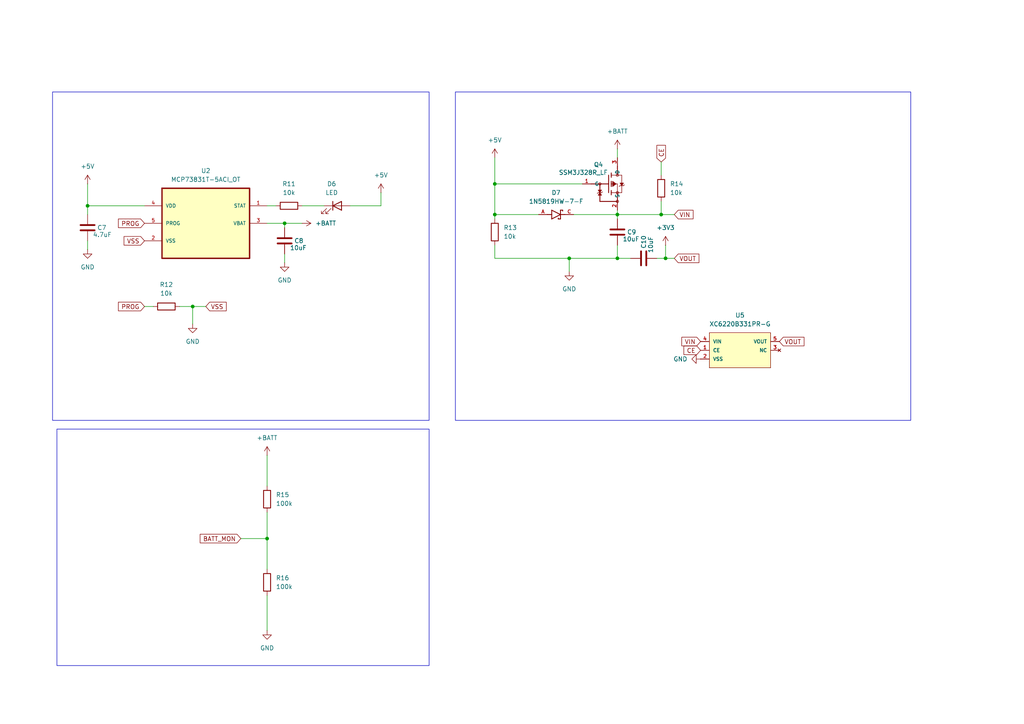
<source format=kicad_sch>
(kicad_sch (version 20231120) (generator "eeschema") (generator_version "8.0")
  (paper "A4")
  (title_block (title "BMS") (date "20 NOV 2024") (rev "1") (company "ABDTRACT MACHINES") (comment 1 "DRAWN BY: JEFF MBOYA") (comment 2 "APPROVED BY:"))
  (lib_symbols
    (symbol "1N5819HW-7-F:1N5819HW-7-F" (pin_names (offset 1.016))
      (property "Reference" "D" (at -5.08 2.54 0))
      (property "Value" "1N5819HW-7-F" (at -5.08 -3.81 0))
      (symbol "1N5819HW-7-F_0_0"
        (polyline (pts (xy -2.54 0) (xy -1.27 0)) (stroke (width 0.254)))
        (polyline (pts (xy -1.27 -1.27) (xy 1.27 0)) (stroke (width 0.254)))
        (polyline (pts (xy -1.27 0) (xy -1.27 -1.27)) (stroke (width 0.254)))
        (polyline (pts (xy -1.27 1.27) (xy -1.27 0)) (stroke (width 0.254)))
        (polyline (pts (xy 0.635 -1.016) (xy 0.635 -1.27)) (stroke (width 0.254)))
        (polyline (pts (xy 1.27 -1.27) (xy 0.635 -1.27)) (stroke (width 0.254)))
        (polyline (pts (xy 1.27 0) (xy -1.27 1.27)) (stroke (width 0.254)))
        (polyline (pts (xy 1.27 0) (xy 1.27 -1.27)) (stroke (width 0.254)))
        (polyline (pts (xy 1.27 1.27) (xy 1.27 0)) (stroke (width 0.254)))
        (polyline (pts (xy 1.905 1.27) (xy 1.27 1.27)) (stroke (width 0.254)))
        (polyline (pts (xy 1.905 1.27) (xy 1.905 1.016)) (stroke (width 0.254)))
        (polyline (pts (xy 2.54 0) (xy 1.27 0)) (stroke (width 0.254)))
        (pin passive line (at -5.08 0 0) (length 2.54) (name "~") (number "A"))
        (pin passive line (at 5.08 0 180) (length 2.54) (name "~") (number "C"))
      )
    )
    (symbol "Device:C" (pin_numbers hide) (pin_names (offset 0.254))
      (property "Reference" "C" (at 0.635 2.54 0))
      (property "Value" "C" (at 0.635 -2.54 0))
      (symbol "C_0_1"
        (polyline (pts (xy -2.032 -0.762) (xy 2.032 -0.762)) (stroke (width 0.508)))
        (polyline (pts (xy -2.032 0.762) (xy 2.032 0.762)) (stroke (width 0.508)))
      )
      (symbol "C_1_1"
        (pin passive line (at 0 3.81 270) (length 2.794) (name "~") (number "1"))
        (pin passive line (at 0 -3.81 90) (length 2.794) (name "~") (number "2"))
      )
    )
    (symbol "Device:LED" (pin_numbers hide) (pin_names (offset 1.016) hide)
      (property "Reference" "D" (at 0 2.54 0))
      (property "Value" "LED" (at 0 -2.54 0))
      (symbol "LED_0_1"
        (polyline (pts (xy -1.27 -1.27) (xy -1.27 1.27)) (stroke (width 0.254)))
        (polyline (pts (xy -1.27 0) (xy 1.27 0)))
        (polyline (pts (xy 1.27 -1.27) (xy 1.27 1.27) (xy -1.27 0) (xy 1.27 -1.27)) (stroke (width 0.254)))
        (polyline (pts (xy -3.048 -0.762) (xy -4.572 -2.286) (xy -3.81 -2.286) (xy -4.572 -2.286) (xy -4.572 -1.524)))
        (polyline (pts (xy -1.778 -0.762) (xy -3.302 -2.286) (xy -2.54 -2.286) (xy -3.302 -2.286) (xy -3.302 -1.524)))
      )
      (symbol "LED_1_1"
        (pin passive line (at -3.81 0 0) (length 2.54) (name "K") (number "1"))
        (pin passive line (at 3.81 0 180) (length 2.54) (name "A") (number "2"))
      )
    )
    (symbol "Device:R" (pin_numbers hide) (pin_names (offset 0))
      (property "Reference" "R" (at 2.032 0 90))
      (property "Value" "R" (at 0 0 90))
      (symbol "R_0_1"
        (rectangle (start -1.016 -2.54) (end 1.016 2.54) (stroke (width 0.254)))
      )
      (symbol "R_1_1"
        (pin passive line (at 0 3.81 270) (length 1.27) (name "~") (number "1"))
        (pin passive line (at 0 -3.81 90) (length 1.27) (name "~") (number "2"))
      )
    )
    (symbol "MCP73831T-5ACI_OT:MCP73831T-5ACI_OT" (pin_names (offset 1.016))
      (property "Reference" "U" (at -4.1224 10.077 0))
      (property "Value" "MCP73831T-5ACI_OT" (at -5.9587 -17.2139 0))
      (symbol "MCP73831T-5ACI_OT_0_0"
        (rectangle (start -12.7 -12.7) (end 12.7 7.62) (stroke (width 0.4064)) (fill (type background)))
        (pin output line (at 17.78 2.54 180) (length 5.08) (name "STAT") (number "1"))
        (pin power_in line (at -17.78 -7.62 0) (length 5.08) (name "VSS") (number "2"))
        (pin output line (at 17.78 -2.54 180) (length 5.08) (name "VBAT") (number "3"))
        (pin power_in line (at -17.78 2.54 0) (length 5.08) (name "VDD") (number "4"))
        (pin input line (at -17.78 -2.54 0) (length 5.08) (name "PROG") (number "5"))
      )
    )
    (symbol "SSM3J328R_LF:SSM3J328R_LF" (pin_names (offset 1.016))
      (property "Reference" "Q" (at 6.3503 0 0))
      (property "Value" "SSM3J328R_LF" (at 6.3595 -2.5438 0))
      (symbol "SSM3J328R_LF_0_0"
        (circle (center -2.54 0) (radius 0.3592))
        (polyline (pts (xy -3.302 -2.794) (xy -3.048 -2.54)) (stroke (width 0.1524)))
        (polyline (pts (xy -3.048 -2.54) (xy -2.032 -2.54)) (stroke (width 0.1524)))
        (polyline (pts (xy -2.54 -5.08) (xy -2.54 0)) (stroke (width 0.254)))
        (polyline (pts (xy -2.54 0) (xy -5.08 0)) (stroke (width 0.254)))
        (polyline (pts (xy -2.032 -2.54) (xy -1.778 -2.286)) (stroke (width 0.1524)))
        (polyline (pts (xy 0 0) (xy -2.54 0)) (stroke (width 0.254)))
        (polyline (pts (xy 0 0) (xy 0 -2.54)) (stroke (width 0.254)))
        (polyline (pts (xy 0 2.54) (xy 0 0)) (stroke (width 0.254)))
        (polyline (pts (xy 0.762 -2.54) (xy 0.762 -3.175)) (stroke (width 0.254)))
        (polyline (pts (xy 0.762 -1.905) (xy 0.762 -2.54)) (stroke (width 0.254)))
        (polyline (pts (xy 0.762 0) (xy 0.762 -0.762)) (stroke (width 0.254)))
        (polyline (pts (xy 0.762 0) (xy 2.54 0)) (stroke (width 0.1524)))
        (polyline (pts (xy 0.762 0.762) (xy 0.762 0)) (stroke (width 0.254)))
        (polyline (pts (xy 0.762 2.54) (xy 0.762 1.905)) (stroke (width 0.254)))
        (polyline (pts (xy 0.762 2.54) (xy 2.54 2.54)) (stroke (width 0.1524)))
        (polyline (pts (xy 0.762 3.175) (xy 0.762 2.54)) (stroke (width 0.254)))
        (polyline (pts (xy 2.54 -5.08) (xy -2.54 -5.08)) (stroke (width 0.254)))
        (polyline (pts (xy 2.54 -5.08) (xy 2.54 -2.54)) (stroke (width 0.254)))
        (polyline (pts (xy 2.54 -2.54) (xy 0.762 -2.54)) (stroke (width 0.1524)))
        (polyline (pts (xy 2.54 -2.54) (xy 3.81 -2.54)) (stroke (width 0.1524)))
        (polyline (pts (xy 2.54 0) (xy 2.54 -2.54)) (stroke (width 0.1524)))
        (polyline (pts (xy 2.54 2.54) (xy 3.81 2.54)) (stroke (width 0.1524)))
        (polyline (pts (xy 2.54 5.08) (xy 2.54 2.54)) (stroke (width 0.254)))
        (polyline (pts (xy 3.048 -0.762) (xy 3.302 -0.508)) (stroke (width 0.1524)))
        (polyline (pts (xy 3.302 -0.508) (xy 3.81 -0.508)) (stroke (width 0.1524)))
        (polyline (pts (xy 3.81 -0.508) (xy 3.81 -2.54)) (stroke (width 0.1524)))
        (polyline (pts (xy 3.81 -0.508) (xy 4.318 -0.508)) (stroke (width 0.1524)))
        (polyline (pts (xy 3.81 2.54) (xy 3.81 -0.508)) (stroke (width 0.1524)))
        (polyline (pts (xy 4.318 -0.508) (xy 4.572 -0.254)) (stroke (width 0.1524)))
        (polyline (pts (xy -2.54 -2.54) (xy -3.048 -3.302) (xy -2.032 -3.302) (xy -2.54 -2.54)) (stroke (width 0.1524)) (fill (type outline)))
        (polyline (pts (xy -2.54 -2.54) (xy -2.032 -1.778) (xy -3.048 -1.778) (xy -2.54 -2.54)) (stroke (width 0.1524)) (fill (type outline)))
        (polyline (pts (xy 2.159 0) (xy 1.143 -0.762) (xy 1.143 0.762) (xy 2.159 0)) (stroke (width 0.1524)) (fill (type outline)))
        (polyline (pts (xy 3.81 -0.508) (xy 4.318 0.254) (xy 3.302 0.254) (xy 3.81 -0.508)) (stroke (width 0.1524)) (fill (type outline)))
        (circle (center 2.54 -5.08) (radius 0.3592))
        (circle (center 2.54 -2.54) (radius 0.3592))
        (circle (center 2.54 2.54) (radius 0.3592))
        (pin passive line (at -7.62 0 0) (length 2.54) (name "G") (number "1"))
        (pin passive line (at 2.54 -7.62 90) (length 2.54) (name "S") (number "2"))
        (pin passive line (at 2.54 7.62 270) (length 2.54) (name "D") (number "3"))
      )
    )
    (symbol "XC6220B331PR-G:XC6220B331PR-G" (pin_names (offset 1.016))
      (property "Reference" "U" (at -8.89 6.35 0))
      (property "Value" "XC6220B331PR-G" (at -8.89 -7.62 0))
      (symbol "XC6220B331PR-G_0_0"
        (rectangle (start -8.89 -5.08) (end 8.89 5.08) (stroke (width 0.1524)) (fill (type background)))
        (pin passive line (at -11.43 0 0) (length 2.54) (name "CE") (number "1"))
        (pin passive line (at -11.43 -2.54 0) (length 2.54) (name "VSS") (number "2"))
        (pin no_connect line (at 11.43 0 180) (length 2.54) (name "NC") (number "3"))
        (pin power_in line (at -11.43 2.54 0) (length 2.54) (name "VIN") (number "4"))
        (pin output line (at 11.43 2.54 180) (length 2.54) (name "VOUT") (number "5"))
      )
    )
    (symbol "power:+3V3" (power) (pin_numbers hide) (pin_names (offset 0) hide)
      (property "Value" "+3V3" (at 0 3.556 0))
      (symbol "+3V3_0_1"
        (polyline (pts (xy -0.762 1.27) (xy 0 2.54)))
        (polyline (pts (xy 0 0) (xy 0 2.54)))
        (polyline (pts (xy 0 2.54) (xy 0.762 1.27)))
      )
      (symbol "+3V3_1_1"
        (pin power_in line (at 0 0 90) (length 0) (name "~") (number "1"))
      )
    )
    (symbol "power:+5V" (power) (pin_numbers hide) (pin_names (offset 0) hide)
      (property "Value" "+5V" (at 0 3.556 0))
      (symbol "+5V_0_1"
        (polyline (pts (xy -0.762 1.27) (xy 0 2.54)))
        (polyline (pts (xy 0 0) (xy 0 2.54)))
        (polyline (pts (xy 0 2.54) (xy 0.762 1.27)))
      )
      (symbol "+5V_1_1"
        (pin power_in line (at 0 0 90) (length 0) (name "~") (number "1"))
      )
    )
    (symbol "power:+BATT" (power) (pin_numbers hide) (pin_names (offset 0) hide)
      (property "Value" "+BATT" (at 0 3.556 0))
      (symbol "+BATT_0_1"
        (polyline (pts (xy -0.762 1.27) (xy 0 2.54)))
        (polyline (pts (xy 0 0) (xy 0 2.54)))
        (polyline (pts (xy 0 2.54) (xy 0.762 1.27)))
      )
      (symbol "+BATT_1_1"
        (pin power_in line (at 0 0 90) (length 0) (name "~") (number "1"))
      )
    )
    (symbol "power:GND1" (power) (pin_numbers hide) (pin_names (offset 0) hide)
      (property "Value" "GND1" (at 0 -3.81 0))
      (symbol "GND1_0_1"
        (polyline (pts (xy 0 0) (xy 0 -1.27) (xy 1.27 -1.27) (xy 0 -2.54) (xy -1.27 -1.27) (xy 0 -1.27)))
      )
      (symbol "GND1_1_1"
        (pin power_in line (at 0 0 270) (length 0) (name "~") (number "1"))
      )
    )
  )
  (junction (at 143.51 53.34))
  (junction (at 193.04 74.93))
  (junction (at 77.47 156.21))
  (junction (at 82.55 64.77))
  (junction (at 143.51 62.23))
  (junction (at 55.88 88.9))
  (junction (at 165.1 74.93))
  (junction (at 179.07 74.93))
  (junction (at 191.77 62.23))
  (junction (at 25.4 59.69))
  (junction (at 179.07 62.23))
  (wire (pts (xy 143.51 62.23) (xy 143.51 53.34)))
  (wire (pts (xy 25.4 72.39) (xy 25.4 69.85)))
  (wire (pts (xy 25.4 59.69) (xy 41.91 59.69)))
  (wire (pts (xy 143.51 45.72) (xy 143.51 53.34)))
  (wire (pts (xy 69.85 156.21) (xy 77.47 156.21)))
  (wire (pts (xy 179.07 62.23) (xy 191.77 62.23)))
  (wire (pts (xy 55.88 88.9) (xy 52.07 88.9)))
  (wire (pts (xy 77.47 59.69) (xy 80.01 59.69)))
  (wire (pts (xy 25.4 53.34) (xy 25.4 59.69)))
  (wire (pts (xy 82.55 64.77) (xy 82.55 66.04)))
  (wire (pts (xy 87.63 59.69) (xy 93.98 59.69)))
  (wire (pts (xy 179.07 62.23) (xy 179.07 63.5)))
  (wire (pts (xy 190.5 74.93) (xy 193.04 74.93)))
  (wire (pts (xy 193.04 74.93) (xy 195.58 74.93)))
  (wire (pts (xy 110.49 59.69) (xy 110.49 55.88)))
  (wire (pts (xy 179.07 74.93) (xy 179.07 71.12)))
  (wire (pts (xy 77.47 172.72) (xy 77.47 182.88)))
  (wire (pts (xy 77.47 132.08) (xy 77.47 140.97)))
  (wire (pts (xy 143.51 53.34) (xy 168.91 53.34)))
  (wire (pts (xy 59.69 88.9) (xy 55.88 88.9)))
  (wire (pts (xy 191.77 62.23) (xy 195.58 62.23)))
  (wire (pts (xy 101.6 59.69) (xy 110.49 59.69)))
  (wire (pts (xy 44.45 88.9) (xy 41.91 88.9)))
  (wire (pts (xy 82.55 64.77) (xy 77.47 64.77)))
  (wire (pts (xy 179.07 62.23) (xy 166.37 62.23)))
  (wire (pts (xy 77.47 148.59) (xy 77.47 156.21)))
  (wire (pts (xy 143.51 71.12) (xy 143.51 74.93)))
  (wire (pts (xy 87.63 64.77) (xy 82.55 64.77)))
  (wire (pts (xy 165.1 74.93) (xy 165.1 78.74)))
  (wire (pts (xy 191.77 46.99) (xy 191.77 50.8)))
  (wire (pts (xy 143.51 62.23) (xy 143.51 63.5)))
  (wire (pts (xy 143.51 74.93) (xy 165.1 74.93)))
  (wire (pts (xy 77.47 156.21) (xy 77.47 165.1)))
  (wire (pts (xy 191.77 58.42) (xy 191.77 62.23)))
  (wire (pts (xy 25.4 62.23) (xy 25.4 59.69)))
  (wire (pts (xy 179.07 74.93) (xy 182.88 74.93)))
  (wire (pts (xy 179.07 60.96) (xy 179.07 62.23)))
  (wire (pts (xy 156.21 62.23) (xy 143.51 62.23)))
  (wire (pts (xy 179.07 43.18) (xy 179.07 45.72)))
  (wire (pts (xy 55.88 93.98) (xy 55.88 88.9)))
  (wire (pts (xy 165.1 74.93) (xy 179.07 74.93)))
  (wire (pts (xy 82.55 76.2) (xy 82.55 73.66)))
  (wire (pts (xy 193.04 71.12) (xy 193.04 74.93)))
  (rectangle (start 132.08 26.67) (end 264.16 121.92))
  (rectangle (start 15.24 26.67) (end 124.46 121.92))
  (rectangle (start 16.51 124.46) (end 124.46 193.04))
  (global_label "VOUT" (shape input) (at 226.06 99.06 0) (property "Intersheetrefs" "${INTERSHEET_REFS}" (effects (hide yes))))
  (global_label "PROG" (shape input) (at 41.91 64.77 180) (property "Intersheetrefs" "${INTERSHEET_REFS}" (effects (hide yes))))
  (global_label "PROG" (shape input) (at 41.91 88.9 180) (property "Intersheetrefs" "${INTERSHEET_REFS}" (effects (hide yes))))
  (global_label "VSS" (shape input) (at 59.69 88.9 0) (property "Intersheetrefs" "${INTERSHEET_REFS}" (effects (hide yes))))
  (global_label "VOUT" (shape input) (at 195.58 74.93 0) (property "Intersheetrefs" "${INTERSHEET_REFS}" (effects (hide yes))))
  (global_label "CE" (shape input) (at 203.2 101.6 180) (property "Intersheetrefs" "${INTERSHEET_REFS}" (effects (hide yes))))
  (global_label "VSS" (shape input) (at 41.91 69.85 180) (property "Intersheetrefs" "${INTERSHEET_REFS}" (effects (hide yes))))
  (global_label "CE" (shape input) (at 191.77 46.99 90) (property "Intersheetrefs" "${INTERSHEET_REFS}" (effects (hide yes))))
  (global_label "VIN" (shape input) (at 203.2 99.06 180) (property "Intersheetrefs" "${INTERSHEET_REFS}" (effects (hide yes))))
  (global_label "BATT_MON" (shape input) (at 69.85 156.21 180) (property "Intersheetrefs" "${INTERSHEET_REFS}" (effects (hide yes))))
  (global_label "VIN" (shape input) (at 195.58 62.23 0) (property "Intersheetrefs" "${INTERSHEET_REFS}" (effects (hide yes))))
  (symbol (lib_id "power:GND1") (at 25.4 72.39 0) (unit 1)
    (property "Reference" "#PWR023" (effects (hide yes)))
    (property "Value" "GND" (at 25.4 77.47 0))
    (property "Description" "Power symbol creates a global label with name \"GND1\" , ground" (effects (hide yes)))
  )
  (symbol (lib_id "Device:LED") (at 97.79 59.69 0) (unit 1)
    (property "Reference" "D6" (at 96.2025 53.34 0))
    (property "Value" "LED" (at 96.2025 55.88 0))
    (property "Footprint" "LED_SMD:LED_0603_1608Metric" (effects (hide yes)))
    (property "Description" "Light emitting diode" (effects (hide yes)))
  )
  (symbol (lib_id "Device:C") (at 82.55 69.85 0) (unit 1)
    (property "Reference" "C8" (at 85.344 69.85 0) (effects (justify left)))
    (property "Value" "10uF" (at 84.074 71.882 0) (effects (justify left)))
    (property "Footprint" "Capacitor_SMD:C_1206_3216Metric" (effects (hide yes)))
    (property "Description" "Unpolarized capacitor" (effects (hide yes)))
  )
  (symbol (lib_id "MCP73831T-5ACI_OT:MCP73831T-5ACI_OT") (at 59.69 62.23 0) (unit 1)
    (property "Reference" "U2" (at 59.69 49.53 0))
    (property "Value" "MCP73831T-5ACI_OT" (at 59.69 52.07 0))
    (property "Footprint" "MCP73831T-5ACI_OT:SOT95P280X145-5N" (effects (hide yes)))
    (property "MF" "Microchip" (effects (hide yes)))
    (property "Description_1" "\n                        \n                            Tiny Integrated Li-Ion/Li-Poly Charge mgnt controller, 4.5V Vreg out | Microchip Technology Inc. MCP73831T-5ACI/OT\n                        \n" (effects (hide yes)))
    (property "PACKAGE" "SOT-5" (effects (hide yes)))
    (property "MPN" "MCP73831T-5ACI/OT" (effects (hide yes)))
    (property "Price" "None" (effects (hide yes)))
    (property "Package" "SOT-23-5 Microchip" (effects (hide yes)))
    (property "OC_FARNELL" "1332158" (effects (hide yes)))
    (property "SnapEDA_Link" "https://www.snapeda.com/parts/MCP73831T-5ACI/OT/Microchip/view-part/?ref=snap" (effects (hide yes)))
    (property "MP" "MCP73831T-5ACI/OT" (effects (hide yes)))
    (property "SUPPLIER" "Microchip" (effects (hide yes)))
    (property "OC_NEWARK" "56K7045" (effects (hide yes)))
    (property "Availability" "In Stock" (effects (hide yes)))
    (property "Check_prices" "https://www.snapeda.com/parts/MCP73831T-5ACI/OT/Microchip/view-part/?ref=eda" (effects (hide yes)))
  )
  (symbol (lib_id "power:GND1") (at 203.2 104.14 270) (unit 1)
    (property "Reference" "#PWR041" (effects (hide yes)))
    (property "Value" "GND" (at 199.39 104.1399 90) (effects (justify right)))
    (property "Description" "Power symbol creates a global label with name \"GND1\" , ground" (effects (hide yes)))
  )
  (symbol (lib_id "power:GND1") (at 82.55 76.2 0) (unit 1)
    (property "Reference" "#PWR025" (effects (hide yes)))
    (property "Value" "GND" (at 82.55 81.28 0))
    (property "Description" "Power symbol creates a global label with name \"GND1\" , ground" (effects (hide yes)))
  )
  (symbol (lib_id "Device:C") (at 25.4 66.04 0) (unit 1)
    (property "Reference" "C7" (at 28.194 66.04 0) (effects (justify left)))
    (property "Value" "4.7uF" (at 26.924 68.072 0) (effects (justify left)))
    (property "Footprint" "Capacitor_SMD:C_1206_3216Metric" (effects (hide yes)))
    (property "Description" "Unpolarized capacitor" (effects (hide yes)))
  )
  (symbol (lib_id "power:+5V") (at 110.49 55.88 0) (unit 1)
    (property "Reference" "#PWR026" (effects (hide yes)))
    (property "Value" "+5V" (at 110.49 50.8 0))
    (property "Description" "Power symbol creates a global label with name \"+5V\"" (effects (hide yes)))
  )
  (symbol (lib_id "Device:R") (at 48.26 88.9 90) (unit 1)
    (property "Reference" "R12" (at 48.26 82.55 90))
    (property "Value" "10k" (at 48.26 85.09 90))
    (property "Footprint" "Resistor_SMD:R_0603_1608Metric" (effects (hide yes)))
    (property "Description" "Resistor" (effects (hide yes)))
  )
  (symbol (lib_id "XC6220B331PR-G:XC6220B331PR-G") (at 214.63 101.6 0) (unit 1)
    (property "Reference" "U5" (at 214.63 91.44 0))
    (property "Value" "XC6220B331PR-G" (at 214.63 93.98 0))
    (property "MF" "Torex" (effects (hide yes)))
    (property "Description_1" "\n                        \n                            Linear Voltage Regulator IC Positive Fixed 1 Output  1A SOT-89-5\n                        \n" (effects (hide yes)))
    (property "COPYRIGHT" "Copyright (C) 2022 Ultra Librarian. All rights reserved." (effects (hide yes)))
    (property "Package" "SOT-89 Torex" (effects (hide yes)))
    (property "Price" "None" (effects (hide yes)))
    (property "Check_prices" "https://www.snapeda.com/parts/XC6220B331PR-G/Torex/view-part/?ref=eda" (effects (hide yes)))
    (property "SnapEDA_Link" "https://www.snapeda.com/parts/XC6220B331PR-G/Torex/view-part/?ref=snap" (effects (hide yes)))
    (property "Availability" "In Stock" (effects (hide yes)))
    (property "DIGI-KEY_PART_NUMBER_1" "893-1128-1-ND" (effects (hide yes)))
    (property "DIGI-KEY_PART_NUMBER_2" "893-1128-2-ND" (effects (hide yes)))
    (property "DIGI-KEY_PART_NUMBER_3" "893-1128-2-NDL" (effects (hide yes)))
    (property "DIGI-KEY_PART_NUMBER_4" "893-1128-6-ND" (effects (hide yes)))
    (property "MP" "XC6220B331PR-G" (effects (hide yes)))
    (property "MFR_NAME" "Torex Semiconductor" (effects (hide yes)))
    (property "MANUFACTURER_PART_NUMBER" "XC6220B331PR-G" (effects (hide yes)))
  )
  (symbol (lib_id "power:GND1") (at 55.88 93.98 0) (unit 1)
    (property "Reference" "#PWR027" (effects (hide yes)))
    (property "Value" "GND" (at 55.88 99.06 0))
    (property "Description" "Power symbol creates a global label with name \"GND1\" , ground" (effects (hide yes)))
  )
  (symbol (lib_id "SSM3J328R_LF:SSM3J328R_LF") (at 176.53 53.34 0) (unit 1)
    (property "Reference" "Q4" (at 172.212 47.752 0) (effects (justify left)))
    (property "Value" "SSM3J328R_LF" (at 162.052 50.038 0) (effects (justify left)))
    (property "Footprint" "SSM3J328R_LF:SOT95P240X88-3N" (effects (hide yes)))
    (property "MF" "Toshiba" (effects (hide yes)))
    (property "Description_1" "\n                        \n                            P-Channel 20 V 6A (Ta) 1W (Ta) Surface Mount SOT-23F\n                        \n" (effects (hide yes)))
    (property "Package" "SOT-23 Toshiba" (effects (hide yes)))
    (property "Price" "None" (effects (hide yes)))
    (property "Check_prices" "https://www.snapeda.com/parts/SSM3J328R,LF/Toshiba+Semiconductor+and+Storage/view-part/?ref=eda" (effects (hide yes)))
    (property "SnapEDA_Link" "https://www.snapeda.com/parts/SSM3J328R,LF/Toshiba+Semiconductor+and+Storage/view-part/?ref=snap" (effects (hide yes)))
    (property "MP" "SSM3J328R,LF" (effects (hide yes)))
    (property "Availability" "In Stock" (effects (hide yes)))
    (property "MANUFACTURER" "Toshiba" (effects (hide yes)))
  )
  (symbol (lib_id "1N5819HW-7-F:1N5819HW-7-F") (at 161.29 62.23 0) (unit 1)
    (property "Reference" "D7" (at 161.29 55.88 0))
    (property "Value" "1N5819HW-7-F" (at 161.29 58.42 0))
    (property "Footprint" "1N5819HW-7-F:SOD3715X145N" (effects (hide yes)))
    (property "MF" "Diodes Zetex" (effects (hide yes)))
    (property "Description_1" "\n                        \n                            Diode Schottky 40V 1A 2-Pin SOD-123 T/R\n                        \n" (effects (hide yes)))
    (property "Package" "None" (effects (hide yes)))
    (property "Price" "None" (effects (hide yes)))
    (property "Check_prices" "https://www.snapeda.com/parts/1N5819HW-7-F/Zetex/view-part/?ref=eda" (effects (hide yes)))
    (property "STANDARD" "IPC-7351B" (effects (hide yes)))
    (property "PARTREV" "18-2" (effects (hide yes)))
    (property "SnapEDA_Link" "https://www.snapeda.com/parts/1N5819HW-7-F/Zetex/view-part/?ref=snap" (effects (hide yes)))
    (property "MP" "1N5819HW-7-F" (effects (hide yes)))
    (property "Availability" "In Stock" (effects (hide yes)))
    (property "MANUFACTURER" "Diodes Inc." (effects (hide yes)))
  )
  (symbol (lib_id "power:+BATT") (at 179.07 43.18 0) (unit 1)
    (property "Reference" "#PWR029" (effects (hide yes)))
    (property "Value" "+BATT" (at 179.07 38.1 0))
    (property "Description" "Power symbol creates a global label with name \"+BATT\"" (effects (hide yes)))
  )
  (symbol (lib_id "power:+5V") (at 143.51 45.72 0) (unit 1)
    (property "Reference" "#PWR028" (effects (hide yes)))
    (property "Value" "+5V" (at 143.51 40.64 0))
    (property "Description" "Power symbol creates a global label with name \"+5V\"" (effects (hide yes)))
  )
  (symbol (lib_id "Device:R") (at 191.77 54.61 180) (unit 1)
    (property "Reference" "R14" (at 194.31 53.3399 0) (effects (justify right)))
    (property "Value" "10k" (at 194.31 55.8799 0) (effects (justify right)))
    (property "Footprint" "Resistor_SMD:R_0603_1608Metric" (effects (hide yes)))
    (property "Description" "Resistor" (effects (hide yes)))
  )
  (symbol (lib_id "power:+3V3") (at 193.04 71.12 0) (unit 1)
    (property "Reference" "#PWR032" (effects (hide yes)))
    (property "Value" "+3V3" (at 193.04 66.04 0))
    (property "Description" "Power symbol creates a global label with name \"+3V3\"" (effects (hide yes)))
  )
  (symbol (lib_id "Device:R") (at 83.82 59.69 90) (unit 1)
    (property "Reference" "R11" (at 83.82 53.34 90))
    (property "Value" "10k" (at 83.82 55.88 90))
    (property "Footprint" "Resistor_SMD:R_0603_1608Metric" (effects (hide yes)))
    (property "Description" "Resistor" (effects (hide yes)))
  )
  (symbol (lib_id "power:GND1") (at 77.47 182.88 0) (unit 1)
    (property "Reference" "#PWR034" (effects (hide yes)))
    (property "Value" "GND" (at 77.47 187.96 0))
    (property "Description" "Power symbol creates a global label with name \"GND1\" , ground" (effects (hide yes)))
  )
  (symbol (lib_id "power:GND1") (at 165.1 78.74 0) (unit 1)
    (property "Reference" "#PWR031" (effects (hide yes)))
    (property "Value" "GND" (at 165.1 83.82 0))
    (property "Description" "Power symbol creates a global label with name \"GND1\" , ground" (effects (hide yes)))
  )
  (symbol (lib_id "power:+5V") (at 25.4 53.34 0) (unit 1)
    (property "Reference" "#PWR022" (effects (hide yes)))
    (property "Value" "+5V" (at 25.4 48.26 0))
    (property "Description" "Power symbol creates a global label with name \"+5V\"" (effects (hide yes)))
  )
  (symbol (lib_id "Device:C") (at 179.07 67.31 0) (unit 1)
    (property "Reference" "C9" (at 181.864 67.31 0) (effects (justify left)))
    (property "Value" "10uF" (at 180.594 69.342 0) (effects (justify left)))
    (property "Footprint" "Capacitor_SMD:C_1206_3216Metric" (effects (hide yes)))
    (property "Description" "Unpolarized capacitor" (effects (hide yes)))
  )
  (symbol (lib_id "power:+BATT") (at 77.47 132.08 0) (unit 1)
    (property "Reference" "#PWR033" (effects (hide yes)))
    (property "Value" "+BATT" (at 77.47 127 0))
    (property "Description" "Power symbol creates a global label with name \"+BATT\"" (effects (hide yes)))
  )
  (symbol (lib_id "Device:R") (at 143.51 67.31 0) (unit 1)
    (property "Reference" "R13" (at 146.05 66.0399 0) (effects (justify left)))
    (property "Value" "10k" (at 146.05 68.5799 0) (effects (justify left)))
    (property "Footprint" "Resistor_SMD:R_0603_1608Metric" (effects (hide yes)))
    (property "Description" "Resistor" (effects (hide yes)))
  )
  (symbol (lib_id "power:+BATT") (at 87.63 64.77 270) (unit 1)
    (property "Reference" "#PWR024" (effects (hide yes)))
    (property "Value" "+BATT" (at 91.44 64.7699 90) (effects (justify left)))
    (property "Description" "Power symbol creates a global label with name \"+BATT\"" (effects (hide yes)))
  )
  (symbol (lib_id "Device:C") (at 186.69 74.93 90) (unit 1)
    (property "Reference" "C10" (at 186.69 72.136 0) (effects (justify left)))
    (property "Value" "10uF" (at 188.722 73.406 0) (effects (justify left)))
    (property "Footprint" "Capacitor_SMD:C_1206_3216Metric" (effects (hide yes)))
    (property "Description" "Unpolarized capacitor" (effects (hide yes)))
  )
  (symbol (lib_id "Device:R") (at 77.47 168.91 180) (unit 1)
    (property "Reference" "R16" (at 80.01 167.6399 0) (effects (justify right)))
    (property "Value" "100k" (at 80.01 170.1799 0) (effects (justify right)))
    (property "Footprint" "Resistor_SMD:R_0603_1608Metric" (effects (hide yes)))
    (property "Description" "Resistor" (effects (hide yes)))
  )
  (symbol (lib_id "Device:R") (at 77.47 144.78 180) (unit 1)
    (property "Reference" "R15" (at 80.01 143.5099 0) (effects (justify right)))
    (property "Value" "100k" (at 80.01 146.0499 0) (effects (justify right)))
    (property "Footprint" "Resistor_SMD:R_0603_1608Metric" (effects (hide yes)))
    (property "Description" "Resistor" (effects (hide yes)))
  )
)
</source>
